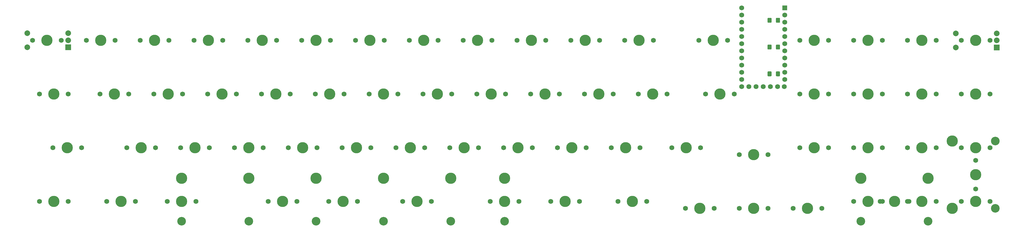
<source format=gts>
G04 #@! TF.GenerationSoftware,KiCad,Pcbnew,(5.1.9)-1*
G04 #@! TF.CreationDate,2021-06-08T14:56:48-04:00*
G04 #@! TF.ProjectId,kastenwagen-pcb,6b617374-656e-4776-9167-656e2d706362,rev?*
G04 #@! TF.SameCoordinates,Original*
G04 #@! TF.FileFunction,Soldermask,Top*
G04 #@! TF.FilePolarity,Negative*
%FSLAX46Y46*%
G04 Gerber Fmt 4.6, Leading zero omitted, Abs format (unit mm)*
G04 Created by KiCad (PCBNEW (5.1.9)-1) date 2021-06-08 14:56:48*
%MOMM*%
%LPD*%
G01*
G04 APERTURE LIST*
%ADD10C,3.987800*%
%ADD11C,1.750000*%
%ADD12C,3.048000*%
%ADD13R,2.000000X2.000000*%
%ADD14C,2.000000*%
%ADD15C,1.752600*%
%ADD16R,1.752600X1.752600*%
G04 APERTURE END LIST*
G04 #@! TO.C,D3*
G36*
G01*
X281812500Y-36625000D02*
X281812500Y-37875000D01*
G75*
G02*
X281562500Y-38125000I-250000J0D01*
G01*
X280637500Y-38125000D01*
G75*
G02*
X280387500Y-37875000I0J250000D01*
G01*
X280387500Y-36625000D01*
G75*
G02*
X280637500Y-36375000I250000J0D01*
G01*
X281562500Y-36375000D01*
G75*
G02*
X281812500Y-36625000I0J-250000D01*
G01*
G37*
G36*
G01*
X284787500Y-36625000D02*
X284787500Y-37875000D01*
G75*
G02*
X284537500Y-38125000I-250000J0D01*
G01*
X283612500Y-38125000D01*
G75*
G02*
X283362500Y-37875000I0J250000D01*
G01*
X283362500Y-36625000D01*
G75*
G02*
X283612500Y-36375000I250000J0D01*
G01*
X284537500Y-36375000D01*
G75*
G02*
X284787500Y-36625000I0J-250000D01*
G01*
G37*
G04 #@! TD*
G04 #@! TO.C,D2*
G36*
G01*
X281812500Y-27122500D02*
X281812500Y-28372500D01*
G75*
G02*
X281562500Y-28622500I-250000J0D01*
G01*
X280637500Y-28622500D01*
G75*
G02*
X280387500Y-28372500I0J250000D01*
G01*
X280387500Y-27122500D01*
G75*
G02*
X280637500Y-26872500I250000J0D01*
G01*
X281562500Y-26872500D01*
G75*
G02*
X281812500Y-27122500I0J-250000D01*
G01*
G37*
G36*
G01*
X284787500Y-27122500D02*
X284787500Y-28372500D01*
G75*
G02*
X284537500Y-28622500I-250000J0D01*
G01*
X283612500Y-28622500D01*
G75*
G02*
X283362500Y-28372500I0J250000D01*
G01*
X283362500Y-27122500D01*
G75*
G02*
X283612500Y-26872500I250000J0D01*
G01*
X284537500Y-26872500D01*
G75*
G02*
X284787500Y-27122500I0J-250000D01*
G01*
G37*
G04 #@! TD*
G04 #@! TO.C,D1*
G36*
G01*
X281812500Y-17625000D02*
X281812500Y-18875000D01*
G75*
G02*
X281562500Y-19125000I-250000J0D01*
G01*
X280637500Y-19125000D01*
G75*
G02*
X280387500Y-18875000I0J250000D01*
G01*
X280387500Y-17625000D01*
G75*
G02*
X280637500Y-17375000I250000J0D01*
G01*
X281562500Y-17375000D01*
G75*
G02*
X281812500Y-17625000I0J-250000D01*
G01*
G37*
G36*
G01*
X284787500Y-17625000D02*
X284787500Y-18875000D01*
G75*
G02*
X284537500Y-19125000I-250000J0D01*
G01*
X283612500Y-19125000D01*
G75*
G02*
X283362500Y-18875000I0J250000D01*
G01*
X283362500Y-17625000D01*
G75*
G02*
X283612500Y-17375000I250000J0D01*
G01*
X284537500Y-17375000D01*
G75*
G02*
X284787500Y-17625000I0J-250000D01*
G01*
G37*
G04 #@! TD*
D10*
G04 #@! TO.C,MX437*
X156368750Y-82550000D03*
D11*
X151288750Y-82550000D03*
X161448750Y-82550000D03*
D12*
X144462500Y-89535000D03*
X168275000Y-89535000D03*
D10*
X144462500Y-74295000D03*
X168275000Y-74295000D03*
G04 #@! TD*
G04 #@! TO.C,MX417*
X108743750Y-82550000D03*
D11*
X103663750Y-82550000D03*
X113823750Y-82550000D03*
D12*
X96837500Y-89535000D03*
X120650000Y-89535000D03*
D10*
X96837500Y-74295000D03*
X120650000Y-74295000D03*
G04 #@! TD*
G04 #@! TO.C,MX417.700*
X130175000Y-82550000D03*
D11*
X125095000Y-82550000D03*
X135255000Y-82550000D03*
D12*
X73025000Y-89535000D03*
X187325000Y-89535000D03*
D10*
X73025000Y-74295000D03*
X187325000Y-74295000D03*
G04 #@! TD*
G04 #@! TO.C,MX477.200*
X325323200Y-82524600D03*
D11*
X320243200Y-82524600D03*
X330403200Y-82524600D03*
D12*
X313416950Y-89509600D03*
X337229450Y-89509600D03*
D10*
X313416950Y-74269600D03*
X337229450Y-74269600D03*
G04 #@! TD*
G04 #@! TO.C,MX487.200*
X354012500Y-73025000D03*
D11*
X354012500Y-67945000D03*
X354012500Y-78105000D03*
D12*
X360997500Y-61118750D03*
X360997500Y-84931250D03*
D10*
X345757500Y-61118750D03*
X345757500Y-84931250D03*
G04 #@! TD*
G04 #@! TO.C,MX253*
X239712500Y-44450000D03*
D11*
X234632500Y-44450000D03*
X244792500Y-44450000D03*
G04 #@! TD*
D13*
G04 #@! TO.C,RSW181*
X361512500Y-27900000D03*
D14*
X361512500Y-25400000D03*
X361512500Y-22900000D03*
X347012500Y-27900000D03*
X347012500Y-22900000D03*
G04 #@! TD*
D13*
G04 #@! TO.C,RSW100*
X32900000Y-27856250D03*
D14*
X32900000Y-25356250D03*
X32900000Y-22856250D03*
X18400000Y-27856250D03*
X18400000Y-22856250D03*
G04 #@! TD*
D15*
G04 #@! TO.C,U1*
X283960000Y-41780000D03*
X281420000Y-41780000D03*
X278880000Y-41780000D03*
X276340000Y-41780000D03*
X273800000Y-41780000D03*
X271260000Y-13840000D03*
X286271400Y-41780000D03*
X271260000Y-16380000D03*
X271260000Y-18920000D03*
X271260000Y-21460000D03*
X271260000Y-24000000D03*
X271260000Y-26540000D03*
X271260000Y-29080000D03*
X271260000Y-31620000D03*
X271260000Y-34160000D03*
X271260000Y-36700000D03*
X271260000Y-39240000D03*
X271260000Y-41780000D03*
X286500000Y-39240000D03*
X286500000Y-36700000D03*
X286500000Y-34160000D03*
X286500000Y-31620000D03*
X286500000Y-29080000D03*
X286500000Y-26540000D03*
X286500000Y-24000000D03*
X286500000Y-21460000D03*
X286500000Y-18920000D03*
X286500000Y-16380000D03*
D16*
X286500000Y-13840000D03*
G04 #@! TD*
D10*
G04 #@! TO.C,MX487*
X354012500Y-82550000D03*
D11*
X348932500Y-82550000D03*
X359092500Y-82550000D03*
G04 #@! TD*
D10*
G04 #@! TO.C,MX486*
X334962500Y-82550000D03*
D11*
X329882500Y-82550000D03*
X340042500Y-82550000D03*
G04 #@! TD*
D10*
G04 #@! TO.C,MX477*
X315912500Y-82550000D03*
D11*
X310832500Y-82550000D03*
X320992500Y-82550000D03*
G04 #@! TD*
D10*
G04 #@! TO.C,MX476*
X294481250Y-84931250D03*
D11*
X289401250Y-84931250D03*
X299561250Y-84931250D03*
G04 #@! TD*
D10*
G04 #@! TO.C,MX467*
X275431250Y-84931250D03*
D11*
X270351250Y-84931250D03*
X280511250Y-84931250D03*
G04 #@! TD*
D10*
G04 #@! TO.C,MX457*
X256381250Y-84931250D03*
D11*
X251301250Y-84931250D03*
X261461250Y-84931250D03*
G04 #@! TD*
D10*
G04 #@! TO.C,MX456*
X232568750Y-82550000D03*
D11*
X227488750Y-82550000D03*
X237648750Y-82550000D03*
G04 #@! TD*
D10*
G04 #@! TO.C,MX447*
X208756250Y-82550000D03*
D11*
X203676250Y-82550000D03*
X213836250Y-82550000D03*
G04 #@! TD*
D10*
G04 #@! TO.C,MX446*
X187325000Y-82550000D03*
D11*
X182245000Y-82550000D03*
X192405000Y-82550000D03*
G04 #@! TD*
D10*
G04 #@! TO.C,MX416*
X73025000Y-82550000D03*
D11*
X67945000Y-82550000D03*
X78105000Y-82550000D03*
G04 #@! TD*
D10*
G04 #@! TO.C,MX407*
X51593750Y-82550000D03*
D11*
X46513750Y-82550000D03*
X56673750Y-82550000D03*
G04 #@! TD*
D10*
G04 #@! TO.C,MX406*
X27781250Y-82550000D03*
D11*
X22701250Y-82550000D03*
X32861250Y-82550000D03*
G04 #@! TD*
D10*
G04 #@! TO.C,MX385*
X354012500Y-63500000D03*
D11*
X348932500Y-63500000D03*
X359092500Y-63500000D03*
G04 #@! TD*
D10*
G04 #@! TO.C,MX384*
X334962500Y-63500000D03*
D11*
X329882500Y-63500000D03*
X340042500Y-63500000D03*
G04 #@! TD*
D10*
G04 #@! TO.C,MX375*
X315912500Y-63500000D03*
D11*
X310832500Y-63500000D03*
X320992500Y-63500000D03*
G04 #@! TD*
D10*
G04 #@! TO.C,MX374*
X296862500Y-63500000D03*
D11*
X291782500Y-63500000D03*
X301942500Y-63500000D03*
G04 #@! TD*
D10*
G04 #@! TO.C,MX364*
X275431250Y-65881250D03*
D11*
X270351250Y-65881250D03*
X280511250Y-65881250D03*
G04 #@! TD*
D10*
G04 #@! TO.C,MX355*
X251618750Y-63500000D03*
D11*
X246538750Y-63500000D03*
X256698750Y-63500000D03*
G04 #@! TD*
D10*
G04 #@! TO.C,MX354*
X230187500Y-63500000D03*
D11*
X225107500Y-63500000D03*
X235267500Y-63500000D03*
G04 #@! TD*
D10*
G04 #@! TO.C,MX345*
X211137500Y-63500000D03*
D11*
X206057500Y-63500000D03*
X216217500Y-63500000D03*
G04 #@! TD*
D10*
G04 #@! TO.C,MX344*
X192087500Y-63500000D03*
D11*
X187007500Y-63500000D03*
X197167500Y-63500000D03*
G04 #@! TD*
D10*
G04 #@! TO.C,MX335*
X173037500Y-63500000D03*
D11*
X167957500Y-63500000D03*
X178117500Y-63500000D03*
G04 #@! TD*
D10*
G04 #@! TO.C,MX334*
X153987500Y-63500000D03*
D11*
X148907500Y-63500000D03*
X159067500Y-63500000D03*
G04 #@! TD*
D10*
G04 #@! TO.C,MX325*
X134937500Y-63500000D03*
D11*
X129857500Y-63500000D03*
X140017500Y-63500000D03*
G04 #@! TD*
D10*
G04 #@! TO.C,MX324*
X115887500Y-63500000D03*
D11*
X110807500Y-63500000D03*
X120967500Y-63500000D03*
G04 #@! TD*
D10*
G04 #@! TO.C,MX315*
X96837500Y-63500000D03*
D11*
X91757500Y-63500000D03*
X101917500Y-63500000D03*
G04 #@! TD*
D10*
G04 #@! TO.C,MX314*
X77787500Y-63500000D03*
D11*
X72707500Y-63500000D03*
X82867500Y-63500000D03*
G04 #@! TD*
D10*
G04 #@! TO.C,MX305*
X58737500Y-63500000D03*
D11*
X53657500Y-63500000D03*
X63817500Y-63500000D03*
G04 #@! TD*
D10*
G04 #@! TO.C,MX304*
X32543750Y-63500000D03*
D11*
X27463750Y-63500000D03*
X37623750Y-63500000D03*
G04 #@! TD*
D10*
G04 #@! TO.C,MX283*
X354012500Y-44450000D03*
D11*
X348932500Y-44450000D03*
X359092500Y-44450000D03*
G04 #@! TD*
D10*
G04 #@! TO.C,MX282*
X334962500Y-44450000D03*
D11*
X329882500Y-44450000D03*
X340042500Y-44450000D03*
G04 #@! TD*
D10*
G04 #@! TO.C,MX273*
X315912500Y-44450000D03*
D11*
X310832500Y-44450000D03*
X320992500Y-44450000D03*
G04 #@! TD*
D10*
G04 #@! TO.C,MX272*
X296862500Y-44450000D03*
D11*
X291782500Y-44450000D03*
X301942500Y-44450000D03*
G04 #@! TD*
D10*
G04 #@! TO.C,MX262*
X263525000Y-44450000D03*
D11*
X258445000Y-44450000D03*
X268605000Y-44450000D03*
G04 #@! TD*
D10*
G04 #@! TO.C,MX252*
X220662500Y-44450000D03*
D11*
X215582500Y-44450000D03*
X225742500Y-44450000D03*
G04 #@! TD*
D10*
G04 #@! TO.C,MX243*
X201612500Y-44450000D03*
D11*
X196532500Y-44450000D03*
X206692500Y-44450000D03*
G04 #@! TD*
D10*
G04 #@! TO.C,MX242*
X182562500Y-44450000D03*
D11*
X177482500Y-44450000D03*
X187642500Y-44450000D03*
G04 #@! TD*
D10*
G04 #@! TO.C,MX233*
X163512500Y-44450000D03*
D11*
X158432500Y-44450000D03*
X168592500Y-44450000D03*
G04 #@! TD*
D10*
G04 #@! TO.C,MX232*
X144462500Y-44450000D03*
D11*
X139382500Y-44450000D03*
X149542500Y-44450000D03*
G04 #@! TD*
D10*
G04 #@! TO.C,MX223*
X125412500Y-44450000D03*
D11*
X120332500Y-44450000D03*
X130492500Y-44450000D03*
G04 #@! TD*
D10*
G04 #@! TO.C,MX222*
X106362500Y-44450000D03*
D11*
X101282500Y-44450000D03*
X111442500Y-44450000D03*
G04 #@! TD*
D10*
G04 #@! TO.C,MX213*
X87312500Y-44450000D03*
D11*
X82232500Y-44450000D03*
X92392500Y-44450000D03*
G04 #@! TD*
D10*
G04 #@! TO.C,MX212*
X68262500Y-44450000D03*
D11*
X63182500Y-44450000D03*
X73342500Y-44450000D03*
G04 #@! TD*
D10*
G04 #@! TO.C,MX203*
X49212500Y-44450000D03*
D11*
X44132500Y-44450000D03*
X54292500Y-44450000D03*
G04 #@! TD*
D10*
G04 #@! TO.C,MX202*
X27781250Y-44450000D03*
D11*
X22701250Y-44450000D03*
X32861250Y-44450000D03*
G04 #@! TD*
D10*
G04 #@! TO.C,MX181*
X354012500Y-25400000D03*
D11*
X348932500Y-25400000D03*
X359092500Y-25400000D03*
G04 #@! TD*
D10*
G04 #@! TO.C,MX180*
X334962500Y-25400000D03*
D11*
X329882500Y-25400000D03*
X340042500Y-25400000D03*
G04 #@! TD*
D10*
G04 #@! TO.C,MX171*
X315912500Y-25400000D03*
D11*
X310832500Y-25400000D03*
X320992500Y-25400000D03*
G04 #@! TD*
D10*
G04 #@! TO.C,MX170*
X296862500Y-25400000D03*
D11*
X291782500Y-25400000D03*
X301942500Y-25400000D03*
G04 #@! TD*
D10*
G04 #@! TO.C,MX160*
X261143750Y-25400000D03*
D11*
X256063750Y-25400000D03*
X266223750Y-25400000D03*
G04 #@! TD*
D10*
G04 #@! TO.C,MX151*
X234950000Y-25400000D03*
D11*
X229870000Y-25400000D03*
X240030000Y-25400000D03*
G04 #@! TD*
D10*
G04 #@! TO.C,MX150*
X215900000Y-25400000D03*
D11*
X210820000Y-25400000D03*
X220980000Y-25400000D03*
G04 #@! TD*
D10*
G04 #@! TO.C,MX141*
X196850000Y-25400000D03*
D11*
X191770000Y-25400000D03*
X201930000Y-25400000D03*
G04 #@! TD*
D10*
G04 #@! TO.C,MX140*
X177800000Y-25400000D03*
D11*
X172720000Y-25400000D03*
X182880000Y-25400000D03*
G04 #@! TD*
D10*
G04 #@! TO.C,MX131*
X158750000Y-25400000D03*
D11*
X153670000Y-25400000D03*
X163830000Y-25400000D03*
G04 #@! TD*
D10*
G04 #@! TO.C,MX130*
X139700000Y-25400000D03*
D11*
X134620000Y-25400000D03*
X144780000Y-25400000D03*
G04 #@! TD*
D10*
G04 #@! TO.C,MX121*
X120650000Y-25400000D03*
D11*
X115570000Y-25400000D03*
X125730000Y-25400000D03*
G04 #@! TD*
D10*
G04 #@! TO.C,MX120*
X101600000Y-25400000D03*
D11*
X96520000Y-25400000D03*
X106680000Y-25400000D03*
G04 #@! TD*
D10*
G04 #@! TO.C,MX111*
X82550000Y-25400000D03*
D11*
X77470000Y-25400000D03*
X87630000Y-25400000D03*
G04 #@! TD*
D10*
G04 #@! TO.C,MX110*
X63500000Y-25400000D03*
D11*
X58420000Y-25400000D03*
X68580000Y-25400000D03*
G04 #@! TD*
D10*
G04 #@! TO.C,MX101*
X44450000Y-25400000D03*
D11*
X39370000Y-25400000D03*
X49530000Y-25400000D03*
G04 #@! TD*
D10*
G04 #@! TO.C,MX100*
X25400000Y-25400000D03*
D11*
X20320000Y-25400000D03*
X30480000Y-25400000D03*
G04 #@! TD*
M02*

</source>
